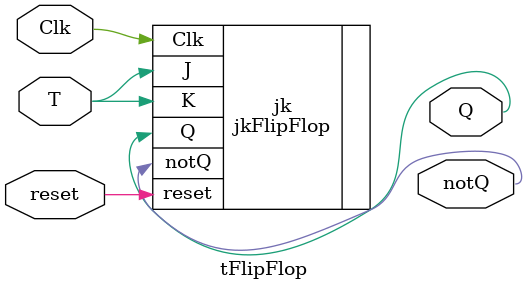
<source format=v>
module tFlipFlop(
    input T, Clk, reset,
    output Q, notQ
    );

    jkFlipFlop jk (
        .J(T),
        .K(T),
        .reset(reset),
        .Clk(Clk),
        .Q(Q),
        .notQ(notQ)
    );
    
    
endmodule

</source>
